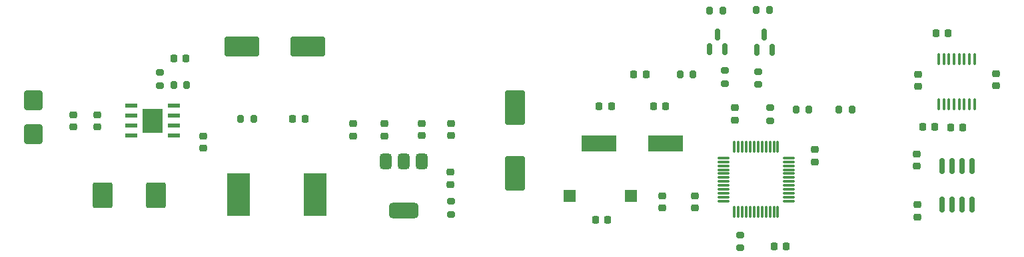
<source format=gbr>
%TF.GenerationSoftware,KiCad,Pcbnew,8.0.2*%
%TF.CreationDate,2024-08-08T08:25:17+03:00*%
%TF.ProjectId,______________ SMD,21323542-3e43-43a3-9037-3042353b4c20,rev?*%
%TF.SameCoordinates,Original*%
%TF.FileFunction,Paste,Top*%
%TF.FilePolarity,Positive*%
%FSLAX45Y45*%
G04 Gerber Fmt 4.5, Leading zero omitted, Abs format (unit mm)*
G04 Created by KiCad (PCBNEW 8.0.2) date 2024-08-08 08:25:17*
%MOMM*%
%LPD*%
G01*
G04 APERTURE LIST*
G04 Aperture macros list*
%AMRoundRect*
0 Rectangle with rounded corners*
0 $1 Rounding radius*
0 $2 $3 $4 $5 $6 $7 $8 $9 X,Y pos of 4 corners*
0 Add a 4 corners polygon primitive as box body*
4,1,4,$2,$3,$4,$5,$6,$7,$8,$9,$2,$3,0*
0 Add four circle primitives for the rounded corners*
1,1,$1+$1,$2,$3*
1,1,$1+$1,$4,$5*
1,1,$1+$1,$6,$7*
1,1,$1+$1,$8,$9*
0 Add four rect primitives between the rounded corners*
20,1,$1+$1,$2,$3,$4,$5,0*
20,1,$1+$1,$4,$5,$6,$7,0*
20,1,$1+$1,$6,$7,$8,$9,0*
20,1,$1+$1,$8,$9,$2,$3,0*%
G04 Aperture macros list end*
%ADD10RoundRect,0.075000X-0.662500X-0.075000X0.662500X-0.075000X0.662500X0.075000X-0.662500X0.075000X0*%
%ADD11RoundRect,0.075000X-0.075000X-0.662500X0.075000X-0.662500X0.075000X0.662500X-0.075000X0.662500X0*%
%ADD12RoundRect,0.200000X0.275000X-0.200000X0.275000X0.200000X-0.275000X0.200000X-0.275000X-0.200000X0*%
%ADD13RoundRect,0.218750X-0.256250X0.218750X-0.256250X-0.218750X0.256250X-0.218750X0.256250X0.218750X0*%
%ADD14RoundRect,0.200000X0.200000X0.275000X-0.200000X0.275000X-0.200000X-0.275000X0.200000X-0.275000X0*%
%ADD15RoundRect,0.225000X0.250000X-0.225000X0.250000X0.225000X-0.250000X0.225000X-0.250000X-0.225000X0*%
%ADD16RoundRect,0.218750X0.218750X0.256250X-0.218750X0.256250X-0.218750X-0.256250X0.218750X-0.256250X0*%
%ADD17RoundRect,0.150000X0.150000X-0.587500X0.150000X0.587500X-0.150000X0.587500X-0.150000X-0.587500X0*%
%ADD18RoundRect,0.200000X-0.200000X-0.275000X0.200000X-0.275000X0.200000X0.275000X-0.200000X0.275000X0*%
%ADD19RoundRect,0.200000X-0.275000X0.200000X-0.275000X-0.200000X0.275000X-0.200000X0.275000X0.200000X0*%
%ADD20RoundRect,0.225000X-0.250000X0.225000X-0.250000X-0.225000X0.250000X-0.225000X0.250000X0.225000X0*%
%ADD21RoundRect,0.100000X0.100000X-0.637500X0.100000X0.637500X-0.100000X0.637500X-0.100000X-0.637500X0*%
%ADD22RoundRect,0.225000X-0.225000X-0.250000X0.225000X-0.250000X0.225000X0.250000X-0.225000X0.250000X0*%
%ADD23R,1.550000X0.600000*%
%ADD24R,2.600000X3.100000*%
%ADD25RoundRect,0.250000X-1.950000X-1.000000X1.950000X-1.000000X1.950000X1.000000X-1.950000X1.000000X0*%
%ADD26RoundRect,0.250000X-0.900000X1.000000X-0.900000X-1.000000X0.900000X-1.000000X0.900000X1.000000X0*%
%ADD27RoundRect,0.375000X-0.375000X0.625000X-0.375000X-0.625000X0.375000X-0.625000X0.375000X0.625000X0*%
%ADD28RoundRect,0.500000X-1.400000X0.500000X-1.400000X-0.500000X1.400000X-0.500000X1.400000X0.500000X0*%
%ADD29R,1.500000X1.500000*%
%ADD30RoundRect,0.225000X0.225000X0.250000X-0.225000X0.250000X-0.225000X-0.250000X0.225000X-0.250000X0*%
%ADD31RoundRect,0.250000X1.000000X-1.400000X1.000000X1.400000X-1.000000X1.400000X-1.000000X-1.400000X0*%
%ADD32RoundRect,0.250000X1.000000X-1.950000X1.000000X1.950000X-1.000000X1.950000X-1.000000X-1.950000X0*%
%ADD33RoundRect,0.218750X-0.218750X-0.256250X0.218750X-0.256250X0.218750X0.256250X-0.218750X0.256250X0*%
%ADD34R,2.900000X5.400000*%
%ADD35RoundRect,0.150000X0.150000X-0.825000X0.150000X0.825000X-0.150000X0.825000X-0.150000X-0.825000X0*%
%ADD36R,4.500000X2.000000*%
G04 APERTURE END LIST*
D10*
%TO.C,U3*%
X14368750Y-9582400D03*
X14368750Y-9632400D03*
X14368750Y-9682400D03*
X14368750Y-9732400D03*
X14368750Y-9782400D03*
X14368750Y-9832400D03*
X14368750Y-9882400D03*
X14368750Y-9932400D03*
X14368750Y-9982400D03*
X14368750Y-10032400D03*
X14368750Y-10082400D03*
X14368750Y-10132400D03*
D11*
X14510000Y-10273650D03*
X14560000Y-10273650D03*
X14610000Y-10273650D03*
X14660000Y-10273650D03*
X14710000Y-10273650D03*
X14760000Y-10273650D03*
X14810000Y-10273650D03*
X14860000Y-10273650D03*
X14910000Y-10273650D03*
X14960000Y-10273650D03*
X15010000Y-10273650D03*
X15060000Y-10273650D03*
D10*
X15201250Y-10132400D03*
X15201250Y-10082400D03*
X15201250Y-10032400D03*
X15201250Y-9982400D03*
X15201250Y-9932400D03*
X15201250Y-9882400D03*
X15201250Y-9832400D03*
X15201250Y-9782400D03*
X15201250Y-9732400D03*
X15201250Y-9682400D03*
X15201250Y-9632400D03*
X15201250Y-9582400D03*
D11*
X15060000Y-9441150D03*
X15010000Y-9441150D03*
X14960000Y-9441150D03*
X14910000Y-9441150D03*
X14860000Y-9441150D03*
X14810000Y-9441150D03*
X14760000Y-9441150D03*
X14710000Y-9441150D03*
X14660000Y-9441150D03*
X14610000Y-9441150D03*
X14560000Y-9441150D03*
X14510000Y-9441150D03*
%TD*%
D12*
%TO.C,R1*%
X7205980Y-8660080D03*
X7205980Y-8495080D03*
%TD*%
D13*
%TO.C,D4*%
X10901680Y-9761220D03*
X10901680Y-9918720D03*
%TD*%
D14*
%TO.C,R9*%
X14953860Y-7695860D03*
X14788860Y-7695860D03*
%TD*%
D15*
%TO.C,C13*%
X13591200Y-10218080D03*
X13591200Y-10063080D03*
%TD*%
D14*
%TO.C,R2*%
X7548780Y-8656320D03*
X7383780Y-8656320D03*
%TD*%
D16*
%TO.C,D3*%
X9052570Y-9085580D03*
X8895070Y-9085580D03*
%TD*%
D17*
%TO.C,Q2*%
X14196220Y-8198780D03*
X14386220Y-8198780D03*
X14291220Y-8011280D03*
%TD*%
D18*
%TO.C,R13*%
X13818580Y-8518820D03*
X13983580Y-8518820D03*
%TD*%
D19*
%TO.C,R12*%
X14962800Y-8941780D03*
X14962800Y-9106780D03*
%TD*%
D15*
%TO.C,C19*%
X16841010Y-8671780D03*
X16841010Y-8516780D03*
%TD*%
D20*
%TO.C,C8*%
X10905430Y-9140160D03*
X10905430Y-9295160D03*
%TD*%
D21*
%TO.C,U4*%
X17104970Y-8897610D03*
X17169970Y-8897610D03*
X17234970Y-8897610D03*
X17299970Y-8897610D03*
X17364970Y-8897610D03*
X17429970Y-8897610D03*
X17494970Y-8897610D03*
X17559970Y-8897610D03*
X17559970Y-8325110D03*
X17494970Y-8325110D03*
X17429970Y-8325110D03*
X17364970Y-8325110D03*
X17299970Y-8325110D03*
X17234970Y-8325110D03*
X17169970Y-8325110D03*
X17104970Y-8325110D03*
%TD*%
D15*
%TO.C,C14*%
X14510680Y-9099240D03*
X14510680Y-8944240D03*
%TD*%
%TO.C,C6*%
X6410960Y-9185940D03*
X6410960Y-9030940D03*
%TD*%
D22*
%TO.C,C24*%
X17256270Y-9191450D03*
X17411270Y-9191450D03*
%TD*%
D12*
%TO.C,R7*%
X14584680Y-10727640D03*
X14584680Y-10562640D03*
%TD*%
D23*
%TO.C,U1*%
X7383580Y-9298600D03*
X7383580Y-9171600D03*
X7383580Y-9044600D03*
X7383580Y-8917600D03*
X6843580Y-8917600D03*
X6843580Y-9044600D03*
X6843580Y-9171600D03*
X6843580Y-9298600D03*
D24*
X7113580Y-9108100D03*
%TD*%
D15*
%TO.C,C11*%
X10064690Y-9302780D03*
X10064690Y-9147780D03*
%TD*%
D20*
%TO.C,C17*%
X16829570Y-9530510D03*
X16829570Y-9685510D03*
%TD*%
%TO.C,C22*%
X16837190Y-10180750D03*
X16837190Y-10335750D03*
%TD*%
D25*
%TO.C,C2*%
X8246480Y-8161020D03*
X9086480Y-8161020D03*
%TD*%
D26*
%TO.C,D1*%
X5600700Y-8847720D03*
X5600700Y-9277720D03*
%TD*%
D12*
%TO.C,R10*%
X14812940Y-8644500D03*
X14812940Y-8479500D03*
%TD*%
D20*
%TO.C,C16*%
X15534300Y-9477640D03*
X15534300Y-9632640D03*
%TD*%
D27*
%TO.C,U2*%
X10534780Y-9624020D03*
X10304780Y-9624020D03*
D28*
X10304780Y-10254020D03*
D27*
X10074780Y-9624020D03*
%TD*%
D29*
%TO.C,SW1*%
X12411260Y-10065680D03*
X13191260Y-10065680D03*
%TD*%
D30*
%TO.C,C15*%
X15164760Y-10708300D03*
X15009760Y-10708300D03*
%TD*%
D20*
%TO.C,C9*%
X10537130Y-9145240D03*
X10537130Y-9300240D03*
%TD*%
D14*
%TO.C,R3*%
X8401000Y-9085580D03*
X8236000Y-9085580D03*
%TD*%
D22*
%TO.C,C23*%
X17069610Y-7991000D03*
X17224610Y-7991000D03*
%TD*%
D15*
%TO.C,C18*%
X17836690Y-8661890D03*
X17836690Y-8506890D03*
%TD*%
D30*
%TO.C,C20*%
X12944800Y-8925220D03*
X12789800Y-8925220D03*
%TD*%
D15*
%TO.C,C5*%
X6103620Y-9185940D03*
X6103620Y-9030940D03*
%TD*%
D31*
%TO.C,D2*%
X6479900Y-10058400D03*
X7159900Y-10058400D03*
%TD*%
D12*
%TO.C,R6*%
X14388760Y-8635660D03*
X14388760Y-8470660D03*
%TD*%
D19*
%TO.C,R11*%
X10904220Y-10138460D03*
X10904220Y-10303460D03*
%TD*%
D20*
%TO.C,C7*%
X7759700Y-9302720D03*
X7759700Y-9457720D03*
%TD*%
D17*
%TO.C,Q1*%
X14795160Y-8200860D03*
X14985160Y-8200860D03*
X14890160Y-8013360D03*
%TD*%
D15*
%TO.C,C10*%
X9660830Y-9302780D03*
X9660830Y-9147780D03*
%TD*%
D14*
%TO.C,R4*%
X16002880Y-8965860D03*
X15837880Y-8965860D03*
%TD*%
D32*
%TO.C,C4*%
X11724640Y-9778310D03*
X11724640Y-8938310D03*
%TD*%
D33*
%TO.C,D5*%
X13230500Y-8518820D03*
X13388000Y-8518820D03*
%TD*%
D15*
%TO.C,C12*%
X14007760Y-10218080D03*
X14007760Y-10063080D03*
%TD*%
D18*
%TO.C,R8*%
X14195820Y-7700940D03*
X14360820Y-7700940D03*
%TD*%
D22*
%TO.C,C3*%
X12741540Y-10370480D03*
X12896540Y-10370480D03*
%TD*%
%TO.C,C25*%
X16899370Y-9188910D03*
X17054370Y-9188910D03*
%TD*%
D14*
%TO.C,R5*%
X15454240Y-8965860D03*
X15289240Y-8965860D03*
%TD*%
D34*
%TO.C,L1*%
X8206880Y-10048240D03*
X9176880Y-10048240D03*
%TD*%
D30*
%TO.C,C1*%
X7540020Y-8310880D03*
X7385020Y-8310880D03*
%TD*%
D35*
%TO.C,U5*%
X17151030Y-10180630D03*
X17278030Y-10180630D03*
X17405030Y-10180630D03*
X17532030Y-10180630D03*
X17532030Y-9685630D03*
X17405030Y-9685630D03*
X17278030Y-9685630D03*
X17151030Y-9685630D03*
%TD*%
D22*
%TO.C,C21*%
X13480680Y-8922680D03*
X13635680Y-8922680D03*
%TD*%
D36*
%TO.C,Y1*%
X13637740Y-9397660D03*
X12787740Y-9397660D03*
%TD*%
M02*

</source>
